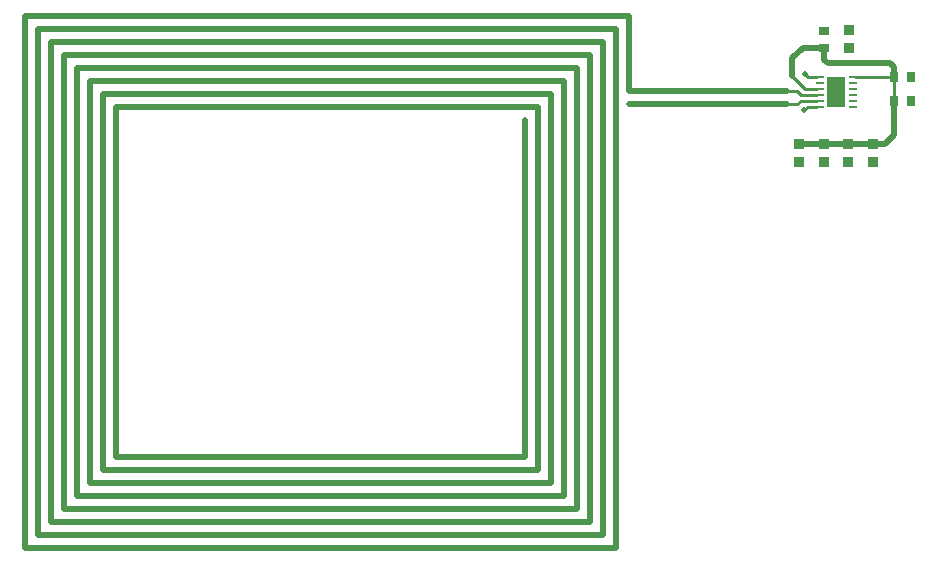
<source format=gtl>
G04*
G04 #@! TF.GenerationSoftware,Altium Limited,Altium Designer,20.2.6 (244)*
G04*
G04 Layer_Physical_Order=1*
G04 Layer_Color=255*
%FSLAX43Y43*%
%MOMM*%
G71*
G04*
G04 #@! TF.SameCoordinates,EC15BF54-4284-41A4-B97D-D3D31D67AEB8*
G04*
G04*
G04 #@! TF.FilePolarity,Positive*
G04*
G01*
G75*
%ADD11C,0.254*%
%ADD14R,0.665X0.280*%
%ADD15R,1.500X2.650*%
%ADD16R,0.864X0.806*%
%ADD17R,0.800X0.900*%
%ADD18R,0.900X0.800*%
%ADD25C,0.500*%
%ADD26C,0.500*%
D11*
X70427Y41523D02*
X70729Y41825D01*
X70427Y41523D02*
Y41523D01*
X70729Y41825D02*
X71550D01*
X68958Y42025D02*
X69835D01*
X68958Y43125D02*
X69835D01*
Y42025D02*
X70135Y42325D01*
X71550D01*
X70135Y42825D02*
X71550D01*
X69835Y43125D02*
X70135Y42825D01*
X55575Y43125D02*
X55581D01*
X78039Y42325D02*
Y44325D01*
X74750D02*
X78039D01*
X69425Y44429D02*
X70529Y43325D01*
X70730Y44325D02*
X71550D01*
X70492Y44563D02*
X70730Y44325D01*
X78039Y42325D02*
X78039Y42325D01*
X70529Y43325D02*
X71550D01*
D14*
X71749Y41825D02*
D03*
Y42325D02*
D03*
Y42825D02*
D03*
Y43325D02*
D03*
Y43825D02*
D03*
Y44325D02*
D03*
X74550D02*
D03*
Y43825D02*
D03*
Y43325D02*
D03*
Y42825D02*
D03*
Y42325D02*
D03*
Y41825D02*
D03*
D15*
X73150Y43075D02*
D03*
D16*
X74150Y37169D02*
D03*
Y38676D02*
D03*
X76227Y37169D02*
D03*
Y38676D02*
D03*
X72073Y37169D02*
D03*
Y38676D02*
D03*
X69996Y37169D02*
D03*
Y38676D02*
D03*
X74200Y46794D02*
D03*
Y48300D02*
D03*
D17*
X79439Y42325D02*
D03*
X78039D02*
D03*
X78039Y44325D02*
D03*
X79439D02*
D03*
D18*
X72100Y48247D02*
D03*
Y46847D02*
D03*
D25*
X78039Y39411D02*
Y42325D01*
X77304Y38676D02*
X78039Y39411D01*
X75227Y38676D02*
X77304D01*
X69996D02*
X71073D01*
X55578Y42025D02*
X68958D01*
X55581Y43125D02*
X68958D01*
X55581D02*
Y49506D01*
X54481D02*
X55581D01*
X73150Y38676D02*
X75227D01*
X71073D02*
X73150D01*
X72406Y45504D02*
X77722D01*
X78039Y44325D02*
Y44500D01*
X78014Y44525D02*
Y45211D01*
Y44525D02*
X78039Y44500D01*
X77722Y45504D02*
X78014Y45211D01*
X72113Y45797D02*
Y46697D01*
Y45797D02*
X72406Y45504D01*
X70322Y46847D02*
X72150D01*
X69425Y45950D02*
X70322Y46847D01*
X69425Y44429D02*
Y45950D01*
X4481Y49506D02*
X54481D01*
X4481Y4506D02*
Y49506D01*
Y4506D02*
X54481D01*
Y48406D01*
X5581D02*
X54481D01*
X5581Y5606D02*
Y48406D01*
Y5606D02*
X53381D01*
Y47306D01*
X6681D02*
X53381D01*
X6681Y6706D02*
Y47306D01*
Y6706D02*
X52281D01*
Y46206D01*
X7781D02*
X52281D01*
X7781Y7806D02*
Y46206D01*
Y7806D02*
X51181D01*
Y45106D01*
X8881D02*
X51181D01*
X8881Y8906D02*
Y45106D01*
Y8906D02*
X50081D01*
Y44006D01*
X9981D02*
X50081D01*
X9981Y10006D02*
Y44006D01*
Y10006D02*
X48981D01*
Y42906D01*
X11081D02*
X48981D01*
X11081Y11106D02*
Y42906D01*
Y11106D02*
X47881D01*
Y41806D01*
X12181D02*
X47881D01*
X12181Y12206D02*
Y41806D01*
Y12206D02*
X46781D01*
Y40706D01*
D26*
X76227Y37169D02*
D03*
X74150D02*
D03*
X72073D02*
D03*
X69996D02*
D03*
X70427Y41523D02*
D03*
X79439Y42325D02*
D03*
X79439Y44325D02*
D03*
X74200Y48300D02*
D03*
X72100Y48247D02*
D03*
X74200Y46794D02*
D03*
X70492Y44563D02*
D03*
X55578Y42025D02*
D03*
X46781Y40706D02*
D03*
M02*

</source>
